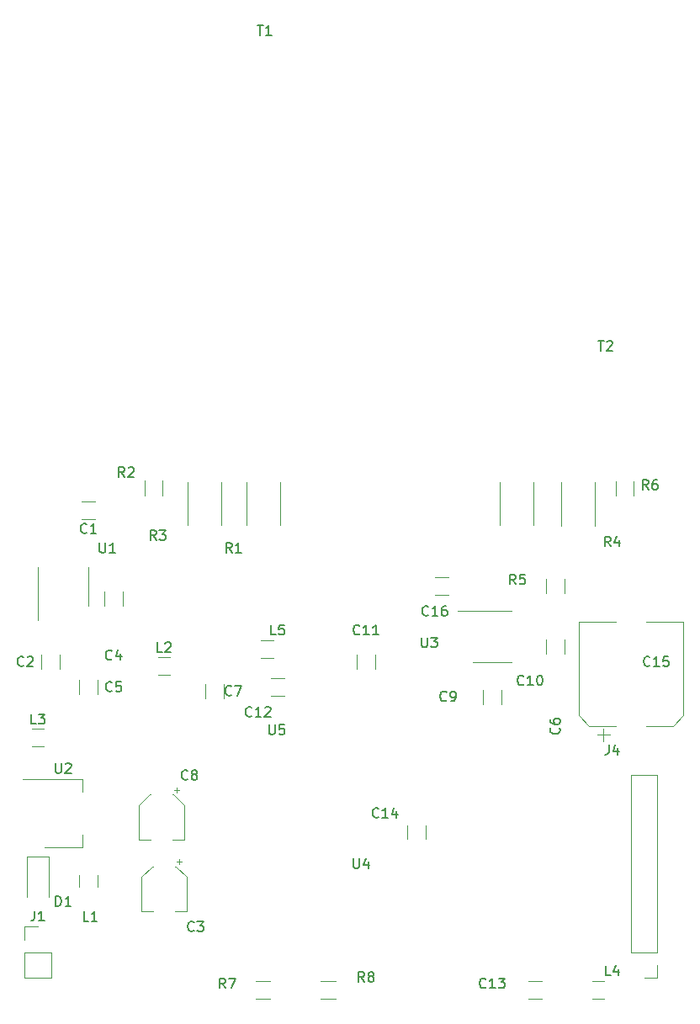
<source format=gbr>
%TF.GenerationSoftware,KiCad,Pcbnew,6.0.2+dfsg-1*%
%TF.CreationDate,2024-07-15T16:46:16+10:00*%
%TF.ProjectId,SWRBridge,53575242-7269-4646-9765-2e6b69636164,2*%
%TF.SameCoordinates,Original*%
%TF.FileFunction,Legend,Top*%
%TF.FilePolarity,Positive*%
%FSLAX46Y46*%
G04 Gerber Fmt 4.6, Leading zero omitted, Abs format (unit mm)*
G04 Created by KiCad (PCBNEW 6.0.2+dfsg-1) date 2024-07-15 16:46:16*
%MOMM*%
%LPD*%
G01*
G04 APERTURE LIST*
%ADD10C,0.150000*%
%ADD11C,0.120000*%
G04 APERTURE END LIST*
D10*
%TO.C,T2*%
X152908095Y-84542380D02*
X153479523Y-84542380D01*
X153193809Y-85542380D02*
X153193809Y-84542380D01*
X153765238Y-84637619D02*
X153812857Y-84590000D01*
X153908095Y-84542380D01*
X154146190Y-84542380D01*
X154241428Y-84590000D01*
X154289047Y-84637619D01*
X154336666Y-84732857D01*
X154336666Y-84828095D01*
X154289047Y-84970952D01*
X153717619Y-85542380D01*
X154336666Y-85542380D01*
%TO.C,C11*%
X128897142Y-114022142D02*
X128849523Y-114069761D01*
X128706666Y-114117380D01*
X128611428Y-114117380D01*
X128468571Y-114069761D01*
X128373333Y-113974523D01*
X128325714Y-113879285D01*
X128278095Y-113688809D01*
X128278095Y-113545952D01*
X128325714Y-113355476D01*
X128373333Y-113260238D01*
X128468571Y-113165000D01*
X128611428Y-113117380D01*
X128706666Y-113117380D01*
X128849523Y-113165000D01*
X128897142Y-113212619D01*
X129849523Y-114117380D02*
X129278095Y-114117380D01*
X129563809Y-114117380D02*
X129563809Y-113117380D01*
X129468571Y-113260238D01*
X129373333Y-113355476D01*
X129278095Y-113403095D01*
X130801904Y-114117380D02*
X130230476Y-114117380D01*
X130516190Y-114117380D02*
X130516190Y-113117380D01*
X130420952Y-113260238D01*
X130325714Y-113355476D01*
X130230476Y-113403095D01*
%TO.C,U5*%
X119793095Y-123143880D02*
X119793095Y-123953404D01*
X119840714Y-124048642D01*
X119888333Y-124096261D01*
X119983571Y-124143880D01*
X120174047Y-124143880D01*
X120269285Y-124096261D01*
X120316904Y-124048642D01*
X120364523Y-123953404D01*
X120364523Y-123143880D01*
X121316904Y-123143880D02*
X120840714Y-123143880D01*
X120793095Y-123620071D01*
X120840714Y-123572452D01*
X120935952Y-123524833D01*
X121174047Y-123524833D01*
X121269285Y-123572452D01*
X121316904Y-123620071D01*
X121364523Y-123715309D01*
X121364523Y-123953404D01*
X121316904Y-124048642D01*
X121269285Y-124096261D01*
X121174047Y-124143880D01*
X120935952Y-124143880D01*
X120840714Y-124096261D01*
X120793095Y-124048642D01*
%TO.C,U4*%
X128278095Y-136612380D02*
X128278095Y-137421904D01*
X128325714Y-137517142D01*
X128373333Y-137564761D01*
X128468571Y-137612380D01*
X128659047Y-137612380D01*
X128754285Y-137564761D01*
X128801904Y-137517142D01*
X128849523Y-137421904D01*
X128849523Y-136612380D01*
X129754285Y-136945714D02*
X129754285Y-137612380D01*
X129516190Y-136564761D02*
X129278095Y-137279047D01*
X129897142Y-137279047D01*
%TO.C,C7*%
X115983333Y-120143642D02*
X115935714Y-120191261D01*
X115792857Y-120238880D01*
X115697619Y-120238880D01*
X115554761Y-120191261D01*
X115459523Y-120096023D01*
X115411904Y-120000785D01*
X115364285Y-119810309D01*
X115364285Y-119667452D01*
X115411904Y-119476976D01*
X115459523Y-119381738D01*
X115554761Y-119286500D01*
X115697619Y-119238880D01*
X115792857Y-119238880D01*
X115935714Y-119286500D01*
X115983333Y-119334119D01*
X116316666Y-119238880D02*
X116983333Y-119238880D01*
X116554761Y-120238880D01*
%TO.C,L2*%
X109053333Y-115878880D02*
X108577142Y-115878880D01*
X108577142Y-114878880D01*
X109339047Y-114974119D02*
X109386666Y-114926500D01*
X109481904Y-114878880D01*
X109720000Y-114878880D01*
X109815238Y-114926500D01*
X109862857Y-114974119D01*
X109910476Y-115069357D01*
X109910476Y-115164595D01*
X109862857Y-115307452D01*
X109291428Y-115878880D01*
X109910476Y-115878880D01*
%TO.C,C1*%
X101433333Y-103807142D02*
X101385714Y-103854761D01*
X101242857Y-103902380D01*
X101147619Y-103902380D01*
X101004761Y-103854761D01*
X100909523Y-103759523D01*
X100861904Y-103664285D01*
X100814285Y-103473809D01*
X100814285Y-103330952D01*
X100861904Y-103140476D01*
X100909523Y-103045238D01*
X101004761Y-102950000D01*
X101147619Y-102902380D01*
X101242857Y-102902380D01*
X101385714Y-102950000D01*
X101433333Y-102997619D01*
X102385714Y-103902380D02*
X101814285Y-103902380D01*
X102100000Y-103902380D02*
X102100000Y-102902380D01*
X102004761Y-103045238D01*
X101909523Y-103140476D01*
X101814285Y-103188095D01*
%TO.C,C2*%
X95083333Y-117197142D02*
X95035714Y-117244761D01*
X94892857Y-117292380D01*
X94797619Y-117292380D01*
X94654761Y-117244761D01*
X94559523Y-117149523D01*
X94511904Y-117054285D01*
X94464285Y-116863809D01*
X94464285Y-116720952D01*
X94511904Y-116530476D01*
X94559523Y-116435238D01*
X94654761Y-116340000D01*
X94797619Y-116292380D01*
X94892857Y-116292380D01*
X95035714Y-116340000D01*
X95083333Y-116387619D01*
X95464285Y-116387619D02*
X95511904Y-116340000D01*
X95607142Y-116292380D01*
X95845238Y-116292380D01*
X95940476Y-116340000D01*
X95988095Y-116387619D01*
X96035714Y-116482857D01*
X96035714Y-116578095D01*
X95988095Y-116720952D01*
X95416666Y-117292380D01*
X96035714Y-117292380D01*
%TO.C,C3*%
X112228333Y-143867142D02*
X112180714Y-143914761D01*
X112037857Y-143962380D01*
X111942619Y-143962380D01*
X111799761Y-143914761D01*
X111704523Y-143819523D01*
X111656904Y-143724285D01*
X111609285Y-143533809D01*
X111609285Y-143390952D01*
X111656904Y-143200476D01*
X111704523Y-143105238D01*
X111799761Y-143010000D01*
X111942619Y-142962380D01*
X112037857Y-142962380D01*
X112180714Y-143010000D01*
X112228333Y-143057619D01*
X112561666Y-142962380D02*
X113180714Y-142962380D01*
X112847380Y-143343333D01*
X112990238Y-143343333D01*
X113085476Y-143390952D01*
X113133095Y-143438571D01*
X113180714Y-143533809D01*
X113180714Y-143771904D01*
X113133095Y-143867142D01*
X113085476Y-143914761D01*
X112990238Y-143962380D01*
X112704523Y-143962380D01*
X112609285Y-143914761D01*
X112561666Y-143867142D01*
%TO.C,C4*%
X103973333Y-116562142D02*
X103925714Y-116609761D01*
X103782857Y-116657380D01*
X103687619Y-116657380D01*
X103544761Y-116609761D01*
X103449523Y-116514523D01*
X103401904Y-116419285D01*
X103354285Y-116228809D01*
X103354285Y-116085952D01*
X103401904Y-115895476D01*
X103449523Y-115800238D01*
X103544761Y-115705000D01*
X103687619Y-115657380D01*
X103782857Y-115657380D01*
X103925714Y-115705000D01*
X103973333Y-115752619D01*
X104830476Y-115990714D02*
X104830476Y-116657380D01*
X104592380Y-115609761D02*
X104354285Y-116324047D01*
X104973333Y-116324047D01*
%TO.C,C5*%
X103973333Y-119737142D02*
X103925714Y-119784761D01*
X103782857Y-119832380D01*
X103687619Y-119832380D01*
X103544761Y-119784761D01*
X103449523Y-119689523D01*
X103401904Y-119594285D01*
X103354285Y-119403809D01*
X103354285Y-119260952D01*
X103401904Y-119070476D01*
X103449523Y-118975238D01*
X103544761Y-118880000D01*
X103687619Y-118832380D01*
X103782857Y-118832380D01*
X103925714Y-118880000D01*
X103973333Y-118927619D01*
X104878095Y-118832380D02*
X104401904Y-118832380D01*
X104354285Y-119308571D01*
X104401904Y-119260952D01*
X104497142Y-119213333D01*
X104735238Y-119213333D01*
X104830476Y-119260952D01*
X104878095Y-119308571D01*
X104925714Y-119403809D01*
X104925714Y-119641904D01*
X104878095Y-119737142D01*
X104830476Y-119784761D01*
X104735238Y-119832380D01*
X104497142Y-119832380D01*
X104401904Y-119784761D01*
X104354285Y-119737142D01*
%TO.C,C6*%
X148972642Y-123483666D02*
X149020261Y-123531285D01*
X149067880Y-123674142D01*
X149067880Y-123769380D01*
X149020261Y-123912238D01*
X148925023Y-124007476D01*
X148829785Y-124055095D01*
X148639309Y-124102714D01*
X148496452Y-124102714D01*
X148305976Y-124055095D01*
X148210738Y-124007476D01*
X148115500Y-123912238D01*
X148067880Y-123769380D01*
X148067880Y-123674142D01*
X148115500Y-123531285D01*
X148163119Y-123483666D01*
X148067880Y-122626523D02*
X148067880Y-122817000D01*
X148115500Y-122912238D01*
X148163119Y-122959857D01*
X148305976Y-123055095D01*
X148496452Y-123102714D01*
X148877404Y-123102714D01*
X148972642Y-123055095D01*
X149020261Y-123007476D01*
X149067880Y-122912238D01*
X149067880Y-122721761D01*
X149020261Y-122626523D01*
X148972642Y-122578904D01*
X148877404Y-122531285D01*
X148639309Y-122531285D01*
X148544071Y-122578904D01*
X148496452Y-122626523D01*
X148448833Y-122721761D01*
X148448833Y-122912238D01*
X148496452Y-123007476D01*
X148544071Y-123055095D01*
X148639309Y-123102714D01*
%TO.C,C8*%
X111593333Y-128627142D02*
X111545714Y-128674761D01*
X111402857Y-128722380D01*
X111307619Y-128722380D01*
X111164761Y-128674761D01*
X111069523Y-128579523D01*
X111021904Y-128484285D01*
X110974285Y-128293809D01*
X110974285Y-128150952D01*
X111021904Y-127960476D01*
X111069523Y-127865238D01*
X111164761Y-127770000D01*
X111307619Y-127722380D01*
X111402857Y-127722380D01*
X111545714Y-127770000D01*
X111593333Y-127817619D01*
X112164761Y-128150952D02*
X112069523Y-128103333D01*
X112021904Y-128055714D01*
X111974285Y-127960476D01*
X111974285Y-127912857D01*
X112021904Y-127817619D01*
X112069523Y-127770000D01*
X112164761Y-127722380D01*
X112355238Y-127722380D01*
X112450476Y-127770000D01*
X112498095Y-127817619D01*
X112545714Y-127912857D01*
X112545714Y-127960476D01*
X112498095Y-128055714D01*
X112450476Y-128103333D01*
X112355238Y-128150952D01*
X112164761Y-128150952D01*
X112069523Y-128198571D01*
X112021904Y-128246190D01*
X111974285Y-128341428D01*
X111974285Y-128531904D01*
X112021904Y-128627142D01*
X112069523Y-128674761D01*
X112164761Y-128722380D01*
X112355238Y-128722380D01*
X112450476Y-128674761D01*
X112498095Y-128627142D01*
X112545714Y-128531904D01*
X112545714Y-128341428D01*
X112498095Y-128246190D01*
X112450476Y-128198571D01*
X112355238Y-128150952D01*
%TO.C,C9*%
X137628333Y-120714642D02*
X137580714Y-120762261D01*
X137437857Y-120809880D01*
X137342619Y-120809880D01*
X137199761Y-120762261D01*
X137104523Y-120667023D01*
X137056904Y-120571785D01*
X137009285Y-120381309D01*
X137009285Y-120238452D01*
X137056904Y-120047976D01*
X137104523Y-119952738D01*
X137199761Y-119857500D01*
X137342619Y-119809880D01*
X137437857Y-119809880D01*
X137580714Y-119857500D01*
X137628333Y-119905119D01*
X138104523Y-120809880D02*
X138295000Y-120809880D01*
X138390238Y-120762261D01*
X138437857Y-120714642D01*
X138533095Y-120571785D01*
X138580714Y-120381309D01*
X138580714Y-120000357D01*
X138533095Y-119905119D01*
X138485476Y-119857500D01*
X138390238Y-119809880D01*
X138199761Y-119809880D01*
X138104523Y-119857500D01*
X138056904Y-119905119D01*
X138009285Y-120000357D01*
X138009285Y-120238452D01*
X138056904Y-120333690D01*
X138104523Y-120381309D01*
X138199761Y-120428928D01*
X138390238Y-120428928D01*
X138485476Y-120381309D01*
X138533095Y-120333690D01*
X138580714Y-120238452D01*
%TO.C,C10*%
X145407142Y-119102142D02*
X145359523Y-119149761D01*
X145216666Y-119197380D01*
X145121428Y-119197380D01*
X144978571Y-119149761D01*
X144883333Y-119054523D01*
X144835714Y-118959285D01*
X144788095Y-118768809D01*
X144788095Y-118625952D01*
X144835714Y-118435476D01*
X144883333Y-118340238D01*
X144978571Y-118245000D01*
X145121428Y-118197380D01*
X145216666Y-118197380D01*
X145359523Y-118245000D01*
X145407142Y-118292619D01*
X146359523Y-119197380D02*
X145788095Y-119197380D01*
X146073809Y-119197380D02*
X146073809Y-118197380D01*
X145978571Y-118340238D01*
X145883333Y-118435476D01*
X145788095Y-118483095D01*
X146978571Y-118197380D02*
X147073809Y-118197380D01*
X147169047Y-118245000D01*
X147216666Y-118292619D01*
X147264285Y-118387857D01*
X147311904Y-118578333D01*
X147311904Y-118816428D01*
X147264285Y-119006904D01*
X147216666Y-119102142D01*
X147169047Y-119149761D01*
X147073809Y-119197380D01*
X146978571Y-119197380D01*
X146883333Y-119149761D01*
X146835714Y-119102142D01*
X146788095Y-119006904D01*
X146740476Y-118816428D01*
X146740476Y-118578333D01*
X146788095Y-118387857D01*
X146835714Y-118292619D01*
X146883333Y-118245000D01*
X146978571Y-118197380D01*
%TO.C,C12*%
X118038642Y-122277142D02*
X117991023Y-122324761D01*
X117848166Y-122372380D01*
X117752928Y-122372380D01*
X117610071Y-122324761D01*
X117514833Y-122229523D01*
X117467214Y-122134285D01*
X117419595Y-121943809D01*
X117419595Y-121800952D01*
X117467214Y-121610476D01*
X117514833Y-121515238D01*
X117610071Y-121420000D01*
X117752928Y-121372380D01*
X117848166Y-121372380D01*
X117991023Y-121420000D01*
X118038642Y-121467619D01*
X118991023Y-122372380D02*
X118419595Y-122372380D01*
X118705309Y-122372380D02*
X118705309Y-121372380D01*
X118610071Y-121515238D01*
X118514833Y-121610476D01*
X118419595Y-121658095D01*
X119371976Y-121467619D02*
X119419595Y-121420000D01*
X119514833Y-121372380D01*
X119752928Y-121372380D01*
X119848166Y-121420000D01*
X119895785Y-121467619D01*
X119943404Y-121562857D01*
X119943404Y-121658095D01*
X119895785Y-121800952D01*
X119324357Y-122372380D01*
X119943404Y-122372380D01*
%TO.C,C13*%
X141597142Y-149582142D02*
X141549523Y-149629761D01*
X141406666Y-149677380D01*
X141311428Y-149677380D01*
X141168571Y-149629761D01*
X141073333Y-149534523D01*
X141025714Y-149439285D01*
X140978095Y-149248809D01*
X140978095Y-149105952D01*
X141025714Y-148915476D01*
X141073333Y-148820238D01*
X141168571Y-148725000D01*
X141311428Y-148677380D01*
X141406666Y-148677380D01*
X141549523Y-148725000D01*
X141597142Y-148772619D01*
X142549523Y-149677380D02*
X141978095Y-149677380D01*
X142263809Y-149677380D02*
X142263809Y-148677380D01*
X142168571Y-148820238D01*
X142073333Y-148915476D01*
X141978095Y-148963095D01*
X142882857Y-148677380D02*
X143501904Y-148677380D01*
X143168571Y-149058333D01*
X143311428Y-149058333D01*
X143406666Y-149105952D01*
X143454285Y-149153571D01*
X143501904Y-149248809D01*
X143501904Y-149486904D01*
X143454285Y-149582142D01*
X143406666Y-149629761D01*
X143311428Y-149677380D01*
X143025714Y-149677380D01*
X142930476Y-149629761D01*
X142882857Y-149582142D01*
%TO.C,C14*%
X130802142Y-132437142D02*
X130754523Y-132484761D01*
X130611666Y-132532380D01*
X130516428Y-132532380D01*
X130373571Y-132484761D01*
X130278333Y-132389523D01*
X130230714Y-132294285D01*
X130183095Y-132103809D01*
X130183095Y-131960952D01*
X130230714Y-131770476D01*
X130278333Y-131675238D01*
X130373571Y-131580000D01*
X130516428Y-131532380D01*
X130611666Y-131532380D01*
X130754523Y-131580000D01*
X130802142Y-131627619D01*
X131754523Y-132532380D02*
X131183095Y-132532380D01*
X131468809Y-132532380D02*
X131468809Y-131532380D01*
X131373571Y-131675238D01*
X131278333Y-131770476D01*
X131183095Y-131818095D01*
X132611666Y-131865714D02*
X132611666Y-132532380D01*
X132373571Y-131484761D02*
X132135476Y-132199047D01*
X132754523Y-132199047D01*
%TO.C,C15*%
X158107142Y-117197142D02*
X158059523Y-117244761D01*
X157916666Y-117292380D01*
X157821428Y-117292380D01*
X157678571Y-117244761D01*
X157583333Y-117149523D01*
X157535714Y-117054285D01*
X157488095Y-116863809D01*
X157488095Y-116720952D01*
X157535714Y-116530476D01*
X157583333Y-116435238D01*
X157678571Y-116340000D01*
X157821428Y-116292380D01*
X157916666Y-116292380D01*
X158059523Y-116340000D01*
X158107142Y-116387619D01*
X159059523Y-117292380D02*
X158488095Y-117292380D01*
X158773809Y-117292380D02*
X158773809Y-116292380D01*
X158678571Y-116435238D01*
X158583333Y-116530476D01*
X158488095Y-116578095D01*
X159964285Y-116292380D02*
X159488095Y-116292380D01*
X159440476Y-116768571D01*
X159488095Y-116720952D01*
X159583333Y-116673333D01*
X159821428Y-116673333D01*
X159916666Y-116720952D01*
X159964285Y-116768571D01*
X160011904Y-116863809D01*
X160011904Y-117101904D01*
X159964285Y-117197142D01*
X159916666Y-117244761D01*
X159821428Y-117292380D01*
X159583333Y-117292380D01*
X159488095Y-117244761D01*
X159440476Y-117197142D01*
%TO.C,D1*%
X98321904Y-141422380D02*
X98321904Y-140422380D01*
X98560000Y-140422380D01*
X98702857Y-140470000D01*
X98798095Y-140565238D01*
X98845714Y-140660476D01*
X98893333Y-140850952D01*
X98893333Y-140993809D01*
X98845714Y-141184285D01*
X98798095Y-141279523D01*
X98702857Y-141374761D01*
X98560000Y-141422380D01*
X98321904Y-141422380D01*
X99845714Y-141422380D02*
X99274285Y-141422380D01*
X99560000Y-141422380D02*
X99560000Y-140422380D01*
X99464761Y-140565238D01*
X99369523Y-140660476D01*
X99274285Y-140708095D01*
%TO.C,J1*%
X96186666Y-141902380D02*
X96186666Y-142616666D01*
X96139047Y-142759523D01*
X96043809Y-142854761D01*
X95900952Y-142902380D01*
X95805714Y-142902380D01*
X97186666Y-142902380D02*
X96615238Y-142902380D01*
X96900952Y-142902380D02*
X96900952Y-141902380D01*
X96805714Y-142045238D01*
X96710476Y-142140476D01*
X96615238Y-142188095D01*
%TO.C,J4*%
X153971666Y-125182380D02*
X153971666Y-125896666D01*
X153924047Y-126039523D01*
X153828809Y-126134761D01*
X153685952Y-126182380D01*
X153590714Y-126182380D01*
X154876428Y-125515714D02*
X154876428Y-126182380D01*
X154638333Y-125134761D02*
X154400238Y-125849047D01*
X155019285Y-125849047D01*
%TO.C,L1*%
X101623833Y-142946380D02*
X101147642Y-142946380D01*
X101147642Y-141946380D01*
X102480976Y-142946380D02*
X101909547Y-142946380D01*
X102195261Y-142946380D02*
X102195261Y-141946380D01*
X102100023Y-142089238D01*
X102004785Y-142184476D01*
X101909547Y-142232095D01*
%TO.C,L3*%
X96353333Y-123092380D02*
X95877142Y-123092380D01*
X95877142Y-122092380D01*
X96591428Y-122092380D02*
X97210476Y-122092380D01*
X96877142Y-122473333D01*
X97020000Y-122473333D01*
X97115238Y-122520952D01*
X97162857Y-122568571D01*
X97210476Y-122663809D01*
X97210476Y-122901904D01*
X97162857Y-122997142D01*
X97115238Y-123044761D01*
X97020000Y-123092380D01*
X96734285Y-123092380D01*
X96639047Y-123044761D01*
X96591428Y-122997142D01*
%TO.C,L4*%
X154138333Y-148407380D02*
X153662142Y-148407380D01*
X153662142Y-147407380D01*
X154900238Y-147740714D02*
X154900238Y-148407380D01*
X154662142Y-147359761D02*
X154424047Y-148074047D01*
X155043095Y-148074047D01*
%TO.C,L5*%
X120483333Y-114117380D02*
X120007142Y-114117380D01*
X120007142Y-113117380D01*
X121292857Y-113117380D02*
X120816666Y-113117380D01*
X120769047Y-113593571D01*
X120816666Y-113545952D01*
X120911904Y-113498333D01*
X121150000Y-113498333D01*
X121245238Y-113545952D01*
X121292857Y-113593571D01*
X121340476Y-113688809D01*
X121340476Y-113926904D01*
X121292857Y-114022142D01*
X121245238Y-114069761D01*
X121150000Y-114117380D01*
X120911904Y-114117380D01*
X120816666Y-114069761D01*
X120769047Y-114022142D01*
%TO.C,R1*%
X116038333Y-105862380D02*
X115705000Y-105386190D01*
X115466904Y-105862380D02*
X115466904Y-104862380D01*
X115847857Y-104862380D01*
X115943095Y-104910000D01*
X115990714Y-104957619D01*
X116038333Y-105052857D01*
X116038333Y-105195714D01*
X115990714Y-105290952D01*
X115943095Y-105338571D01*
X115847857Y-105386190D01*
X115466904Y-105386190D01*
X116990714Y-105862380D02*
X116419285Y-105862380D01*
X116705000Y-105862380D02*
X116705000Y-104862380D01*
X116609761Y-105005238D01*
X116514523Y-105100476D01*
X116419285Y-105148095D01*
%TO.C,R2*%
X105243333Y-98242380D02*
X104910000Y-97766190D01*
X104671904Y-98242380D02*
X104671904Y-97242380D01*
X105052857Y-97242380D01*
X105148095Y-97290000D01*
X105195714Y-97337619D01*
X105243333Y-97432857D01*
X105243333Y-97575714D01*
X105195714Y-97670952D01*
X105148095Y-97718571D01*
X105052857Y-97766190D01*
X104671904Y-97766190D01*
X105624285Y-97337619D02*
X105671904Y-97290000D01*
X105767142Y-97242380D01*
X106005238Y-97242380D01*
X106100476Y-97290000D01*
X106148095Y-97337619D01*
X106195714Y-97432857D01*
X106195714Y-97528095D01*
X106148095Y-97670952D01*
X105576666Y-98242380D01*
X106195714Y-98242380D01*
%TO.C,R3*%
X108418333Y-104592380D02*
X108085000Y-104116190D01*
X107846904Y-104592380D02*
X107846904Y-103592380D01*
X108227857Y-103592380D01*
X108323095Y-103640000D01*
X108370714Y-103687619D01*
X108418333Y-103782857D01*
X108418333Y-103925714D01*
X108370714Y-104020952D01*
X108323095Y-104068571D01*
X108227857Y-104116190D01*
X107846904Y-104116190D01*
X108751666Y-103592380D02*
X109370714Y-103592380D01*
X109037380Y-103973333D01*
X109180238Y-103973333D01*
X109275476Y-104020952D01*
X109323095Y-104068571D01*
X109370714Y-104163809D01*
X109370714Y-104401904D01*
X109323095Y-104497142D01*
X109275476Y-104544761D01*
X109180238Y-104592380D01*
X108894523Y-104592380D01*
X108799285Y-104544761D01*
X108751666Y-104497142D01*
%TO.C,R4*%
X154138333Y-105227380D02*
X153805000Y-104751190D01*
X153566904Y-105227380D02*
X153566904Y-104227380D01*
X153947857Y-104227380D01*
X154043095Y-104275000D01*
X154090714Y-104322619D01*
X154138333Y-104417857D01*
X154138333Y-104560714D01*
X154090714Y-104655952D01*
X154043095Y-104703571D01*
X153947857Y-104751190D01*
X153566904Y-104751190D01*
X154995476Y-104560714D02*
X154995476Y-105227380D01*
X154757380Y-104179761D02*
X154519285Y-104894047D01*
X155138333Y-104894047D01*
%TO.C,R5*%
X144613333Y-109037380D02*
X144280000Y-108561190D01*
X144041904Y-109037380D02*
X144041904Y-108037380D01*
X144422857Y-108037380D01*
X144518095Y-108085000D01*
X144565714Y-108132619D01*
X144613333Y-108227857D01*
X144613333Y-108370714D01*
X144565714Y-108465952D01*
X144518095Y-108513571D01*
X144422857Y-108561190D01*
X144041904Y-108561190D01*
X145518095Y-108037380D02*
X145041904Y-108037380D01*
X144994285Y-108513571D01*
X145041904Y-108465952D01*
X145137142Y-108418333D01*
X145375238Y-108418333D01*
X145470476Y-108465952D01*
X145518095Y-108513571D01*
X145565714Y-108608809D01*
X145565714Y-108846904D01*
X145518095Y-108942142D01*
X145470476Y-108989761D01*
X145375238Y-109037380D01*
X145137142Y-109037380D01*
X145041904Y-108989761D01*
X144994285Y-108942142D01*
%TO.C,R6*%
X157948333Y-99512380D02*
X157615000Y-99036190D01*
X157376904Y-99512380D02*
X157376904Y-98512380D01*
X157757857Y-98512380D01*
X157853095Y-98560000D01*
X157900714Y-98607619D01*
X157948333Y-98702857D01*
X157948333Y-98845714D01*
X157900714Y-98940952D01*
X157853095Y-98988571D01*
X157757857Y-99036190D01*
X157376904Y-99036190D01*
X158805476Y-98512380D02*
X158615000Y-98512380D01*
X158519761Y-98560000D01*
X158472142Y-98607619D01*
X158376904Y-98750476D01*
X158329285Y-98940952D01*
X158329285Y-99321904D01*
X158376904Y-99417142D01*
X158424523Y-99464761D01*
X158519761Y-99512380D01*
X158710238Y-99512380D01*
X158805476Y-99464761D01*
X158853095Y-99417142D01*
X158900714Y-99321904D01*
X158900714Y-99083809D01*
X158853095Y-98988571D01*
X158805476Y-98940952D01*
X158710238Y-98893333D01*
X158519761Y-98893333D01*
X158424523Y-98940952D01*
X158376904Y-98988571D01*
X158329285Y-99083809D01*
%TO.C,T1*%
X118618095Y-52792380D02*
X119189523Y-52792380D01*
X118903809Y-53792380D02*
X118903809Y-52792380D01*
X120046666Y-53792380D02*
X119475238Y-53792380D01*
X119760952Y-53792380D02*
X119760952Y-52792380D01*
X119665714Y-52935238D01*
X119570476Y-53030476D01*
X119475238Y-53078095D01*
%TO.C,U1*%
X102743095Y-104862380D02*
X102743095Y-105671904D01*
X102790714Y-105767142D01*
X102838333Y-105814761D01*
X102933571Y-105862380D01*
X103124047Y-105862380D01*
X103219285Y-105814761D01*
X103266904Y-105767142D01*
X103314523Y-105671904D01*
X103314523Y-104862380D01*
X104314523Y-105862380D02*
X103743095Y-105862380D01*
X104028809Y-105862380D02*
X104028809Y-104862380D01*
X103933571Y-105005238D01*
X103838333Y-105100476D01*
X103743095Y-105148095D01*
%TO.C,U2*%
X98298095Y-127032380D02*
X98298095Y-127841904D01*
X98345714Y-127937142D01*
X98393333Y-127984761D01*
X98488571Y-128032380D01*
X98679047Y-128032380D01*
X98774285Y-127984761D01*
X98821904Y-127937142D01*
X98869523Y-127841904D01*
X98869523Y-127032380D01*
X99298095Y-127127619D02*
X99345714Y-127080000D01*
X99440952Y-127032380D01*
X99679047Y-127032380D01*
X99774285Y-127080000D01*
X99821904Y-127127619D01*
X99869523Y-127222857D01*
X99869523Y-127318095D01*
X99821904Y-127460952D01*
X99250476Y-128032380D01*
X99869523Y-128032380D01*
%TO.C,U3*%
X135128095Y-114387380D02*
X135128095Y-115196904D01*
X135175714Y-115292142D01*
X135223333Y-115339761D01*
X135318571Y-115387380D01*
X135509047Y-115387380D01*
X135604285Y-115339761D01*
X135651904Y-115292142D01*
X135699523Y-115196904D01*
X135699523Y-114387380D01*
X136080476Y-114387380D02*
X136699523Y-114387380D01*
X136366190Y-114768333D01*
X136509047Y-114768333D01*
X136604285Y-114815952D01*
X136651904Y-114863571D01*
X136699523Y-114958809D01*
X136699523Y-115196904D01*
X136651904Y-115292142D01*
X136604285Y-115339761D01*
X136509047Y-115387380D01*
X136223333Y-115387380D01*
X136128095Y-115339761D01*
X136080476Y-115292142D01*
%TO.C,R7*%
X115403333Y-149677380D02*
X115070000Y-149201190D01*
X114831904Y-149677380D02*
X114831904Y-148677380D01*
X115212857Y-148677380D01*
X115308095Y-148725000D01*
X115355714Y-148772619D01*
X115403333Y-148867857D01*
X115403333Y-149010714D01*
X115355714Y-149105952D01*
X115308095Y-149153571D01*
X115212857Y-149201190D01*
X114831904Y-149201190D01*
X115736666Y-148677380D02*
X116403333Y-148677380D01*
X115974761Y-149677380D01*
%TO.C,C16*%
X135805890Y-112117142D02*
X135758271Y-112164761D01*
X135615414Y-112212380D01*
X135520176Y-112212380D01*
X135377319Y-112164761D01*
X135282081Y-112069523D01*
X135234462Y-111974285D01*
X135186843Y-111783809D01*
X135186843Y-111640952D01*
X135234462Y-111450476D01*
X135282081Y-111355238D01*
X135377319Y-111260000D01*
X135520176Y-111212380D01*
X135615414Y-111212380D01*
X135758271Y-111260000D01*
X135805890Y-111307619D01*
X136758271Y-112212380D02*
X136186843Y-112212380D01*
X136472557Y-112212380D02*
X136472557Y-111212380D01*
X136377319Y-111355238D01*
X136282081Y-111450476D01*
X136186843Y-111498095D01*
X137615414Y-111212380D02*
X137424938Y-111212380D01*
X137329700Y-111260000D01*
X137282081Y-111307619D01*
X137186843Y-111450476D01*
X137139224Y-111640952D01*
X137139224Y-112021904D01*
X137186843Y-112117142D01*
X137234462Y-112164761D01*
X137329700Y-112212380D01*
X137520176Y-112212380D01*
X137615414Y-112164761D01*
X137663033Y-112117142D01*
X137710652Y-112021904D01*
X137710652Y-111783809D01*
X137663033Y-111688571D01*
X137615414Y-111640952D01*
X137520176Y-111593333D01*
X137329700Y-111593333D01*
X137234462Y-111640952D01*
X137186843Y-111688571D01*
X137139224Y-111783809D01*
%TO.C,R8*%
X129373333Y-149042380D02*
X129040000Y-148566190D01*
X128801904Y-149042380D02*
X128801904Y-148042380D01*
X129182857Y-148042380D01*
X129278095Y-148090000D01*
X129325714Y-148137619D01*
X129373333Y-148232857D01*
X129373333Y-148375714D01*
X129325714Y-148470952D01*
X129278095Y-148518571D01*
X129182857Y-148566190D01*
X128801904Y-148566190D01*
X129944761Y-148470952D02*
X129849523Y-148423333D01*
X129801904Y-148375714D01*
X129754285Y-148280476D01*
X129754285Y-148232857D01*
X129801904Y-148137619D01*
X129849523Y-148090000D01*
X129944761Y-148042380D01*
X130135238Y-148042380D01*
X130230476Y-148090000D01*
X130278095Y-148137619D01*
X130325714Y-148232857D01*
X130325714Y-148280476D01*
X130278095Y-148375714D01*
X130230476Y-148423333D01*
X130135238Y-148470952D01*
X129944761Y-148470952D01*
X129849523Y-148518571D01*
X129801904Y-148566190D01*
X129754285Y-148661428D01*
X129754285Y-148851904D01*
X129801904Y-148947142D01*
X129849523Y-148994761D01*
X129944761Y-149042380D01*
X130135238Y-149042380D01*
X130230476Y-148994761D01*
X130278095Y-148947142D01*
X130325714Y-148851904D01*
X130325714Y-148661428D01*
X130278095Y-148566190D01*
X130230476Y-148518571D01*
X130135238Y-148470952D01*
D11*
%TO.C,C11*%
X128630000Y-116128748D02*
X128630000Y-117551252D01*
X130450000Y-116128748D02*
X130450000Y-117551252D01*
%TO.C,C7*%
X113390000Y-119075248D02*
X113390000Y-120497752D01*
X115210000Y-119075248D02*
X115210000Y-120497752D01*
%TO.C,L2*%
X108617936Y-118156500D02*
X109822064Y-118156500D01*
X108617936Y-116336500D02*
X109822064Y-116336500D01*
%TO.C,C1*%
X102311252Y-100690000D02*
X100888748Y-100690000D01*
X102311252Y-102510000D02*
X100888748Y-102510000D01*
%TO.C,C2*%
X98700000Y-116128748D02*
X98700000Y-117551252D01*
X96880000Y-116128748D02*
X96880000Y-117551252D01*
%TO.C,C3*%
X110415563Y-137440000D02*
X111480000Y-138504437D01*
X108024437Y-137440000D02*
X108160000Y-137440000D01*
X111030000Y-136950000D02*
X110530000Y-136950000D01*
X110780000Y-136700000D02*
X110780000Y-137200000D01*
X108024437Y-137440000D02*
X106960000Y-138504437D01*
X106960000Y-141960000D02*
X108160000Y-141960000D01*
X106960000Y-138504437D02*
X106960000Y-141960000D01*
X110415563Y-137440000D02*
X110280000Y-137440000D01*
X111480000Y-141960000D02*
X110280000Y-141960000D01*
X111480000Y-138504437D02*
X111480000Y-141960000D01*
%TO.C,C4*%
X103230000Y-109778748D02*
X103230000Y-111201252D01*
X105050000Y-109778748D02*
X105050000Y-111201252D01*
%TO.C,C5*%
X100690000Y-118668748D02*
X100690000Y-120091252D01*
X102510000Y-118668748D02*
X102510000Y-120091252D01*
%TO.C,C6*%
X147680000Y-108508748D02*
X147680000Y-109931252D01*
X149500000Y-108508748D02*
X149500000Y-109931252D01*
%TO.C,C8*%
X110161563Y-130201000D02*
X111226000Y-131265437D01*
X110776000Y-129711000D02*
X110276000Y-129711000D01*
X107770437Y-130201000D02*
X107906000Y-130201000D01*
X110526000Y-129461000D02*
X110526000Y-129961000D01*
X111226000Y-131265437D02*
X111226000Y-134721000D01*
X106706000Y-131265437D02*
X106706000Y-134721000D01*
X106706000Y-134721000D02*
X107906000Y-134721000D01*
X110161563Y-130201000D02*
X110026000Y-130201000D01*
X111226000Y-134721000D02*
X110026000Y-134721000D01*
X107770437Y-130201000D02*
X106706000Y-131265437D01*
%TO.C,C9*%
X143150000Y-119646248D02*
X143150000Y-121068752D01*
X141330000Y-119646248D02*
X141330000Y-121068752D01*
%TO.C,C10*%
X149500000Y-114566248D02*
X149500000Y-115988752D01*
X147680000Y-114566248D02*
X147680000Y-115988752D01*
%TO.C,C12*%
X119938748Y-118470000D02*
X121361252Y-118470000D01*
X119938748Y-120290000D02*
X121361252Y-120290000D01*
%TO.C,C13*%
X147273752Y-148950000D02*
X145851248Y-148950000D01*
X147273752Y-150770000D02*
X145851248Y-150770000D01*
%TO.C,C14*%
X135530000Y-133273748D02*
X135530000Y-134696252D01*
X133710000Y-133273748D02*
X133710000Y-134696252D01*
%TO.C,C15*%
X160405563Y-123306500D02*
X157720000Y-123306500D01*
X161470000Y-112786500D02*
X157720000Y-112786500D01*
X161470000Y-122242063D02*
X161470000Y-112786500D01*
X153450000Y-124796500D02*
X153450000Y-123546500D01*
X160405563Y-123306500D02*
X161470000Y-122242063D01*
X152014437Y-123306500D02*
X150950000Y-122242063D01*
X150950000Y-122242063D02*
X150950000Y-112786500D01*
X152825000Y-124171500D02*
X154075000Y-124171500D01*
X152014437Y-123306500D02*
X154700000Y-123306500D01*
X150950000Y-112786500D02*
X154700000Y-112786500D01*
%TO.C,D1*%
X95385000Y-136414500D02*
X95385000Y-140474500D01*
X97655000Y-140474500D02*
X97655000Y-136414500D01*
X97655000Y-136414500D02*
X95385000Y-136414500D01*
%TO.C,J1*%
X97850000Y-146050000D02*
X97850000Y-148650000D01*
X95190000Y-148650000D02*
X97850000Y-148650000D01*
X95190000Y-143450000D02*
X96520000Y-143450000D01*
X95190000Y-146050000D02*
X95190000Y-148650000D01*
X95190000Y-146050000D02*
X97850000Y-146050000D01*
X95190000Y-144780000D02*
X95190000Y-143450000D01*
%TO.C,J4*%
X158873500Y-128210000D02*
X156213500Y-128210000D01*
X156213500Y-146050000D02*
X156213500Y-128210000D01*
X158873500Y-148650000D02*
X157543500Y-148650000D01*
X158873500Y-147320000D02*
X158873500Y-148650000D01*
X158873500Y-146050000D02*
X158873500Y-128210000D01*
X158873500Y-146050000D02*
X156213500Y-146050000D01*
%TO.C,L1*%
X102510000Y-139476564D02*
X102510000Y-138272436D01*
X100690000Y-139476564D02*
X100690000Y-138272436D01*
%TO.C,L3*%
X95917936Y-125370000D02*
X97122064Y-125370000D01*
X95917936Y-123550000D02*
X97122064Y-123550000D01*
%TO.C,L4*%
X153514564Y-150770000D02*
X152310436Y-150770000D01*
X153514564Y-148950000D02*
X152310436Y-148950000D01*
%TO.C,L5*%
X120199564Y-114660000D02*
X118995436Y-114660000D01*
X120199564Y-116480000D02*
X118995436Y-116480000D01*
%TO.C,R1*%
X120899500Y-98724436D02*
X120899500Y-103078564D01*
X117479500Y-98724436D02*
X117479500Y-103078564D01*
%TO.C,R2*%
X109050500Y-100078564D02*
X109050500Y-98624436D01*
X107230500Y-100078564D02*
X107230500Y-98624436D01*
%TO.C,R3*%
X114994000Y-98724436D02*
X114994000Y-103078564D01*
X111574000Y-98724436D02*
X111574000Y-103078564D01*
%TO.C,R4*%
X149166000Y-98787936D02*
X149166000Y-103142064D01*
X152586000Y-98787936D02*
X152586000Y-103142064D01*
%TO.C,R5*%
X146426500Y-103078564D02*
X146426500Y-98724436D01*
X143006500Y-103078564D02*
X143006500Y-98724436D01*
%TO.C,R6*%
X156485000Y-98650436D02*
X156485000Y-100104564D01*
X154665000Y-98650436D02*
X154665000Y-100104564D01*
%TO.C,U1*%
X101620000Y-109220000D02*
X101620000Y-111170000D01*
X101620000Y-109220000D02*
X101620000Y-107270000D01*
X96500000Y-109220000D02*
X96500000Y-107270000D01*
X96500000Y-109220000D02*
X96500000Y-112670000D01*
%TO.C,U2*%
X97210000Y-135490000D02*
X100970000Y-135490000D01*
X100970000Y-135490000D02*
X100970000Y-134230000D01*
X100970000Y-128670000D02*
X100970000Y-129930000D01*
X94960000Y-128670000D02*
X100970000Y-128670000D01*
%TO.C,U3*%
X142240000Y-116860000D02*
X140290000Y-116860000D01*
X142240000Y-116860000D02*
X144190000Y-116860000D01*
X142240000Y-111740000D02*
X138790000Y-111740000D01*
X142240000Y-111740000D02*
X144190000Y-111740000D01*
%TO.C,R7*%
X118460436Y-148950000D02*
X119914564Y-148950000D01*
X118460436Y-150770000D02*
X119914564Y-150770000D01*
%TO.C,C16*%
X136448748Y-108310000D02*
X137871252Y-108310000D01*
X136448748Y-110130000D02*
X137871252Y-110130000D01*
%TO.C,R8*%
X126457064Y-148950000D02*
X125002936Y-148950000D01*
X126457064Y-150770000D02*
X125002936Y-150770000D01*
%TD*%
M02*

</source>
